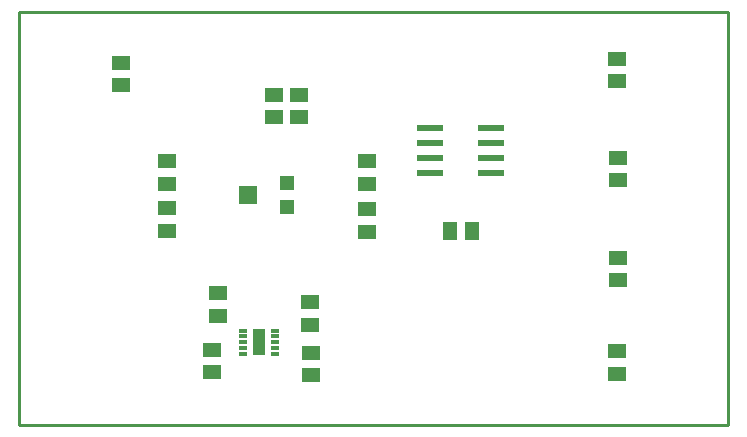
<source format=gtp>
G75*
%MOIN*%
%OFA0B0*%
%FSLAX25Y25*%
%IPPOS*%
%LPD*%
%AMOC8*
5,1,8,0,0,1.08239X$1,22.5*
%
%ADD10C,0.01000*%
%ADD11R,0.05906X0.05118*%
%ADD12R,0.08661X0.02362*%
%ADD13R,0.05118X0.05906*%
%ADD14R,0.02756X0.01200*%
%ADD15R,0.04200X0.08600*%
%ADD16R,0.04724X0.04724*%
%ADD17R,0.06299X0.05906*%
D10*
X0003120Y0003962D02*
X0239341Y0003962D01*
X0239341Y0141757D01*
X0003120Y0141757D01*
X0003120Y0003962D01*
D11*
X0067334Y0021505D03*
X0067334Y0028985D03*
X0069262Y0040380D03*
X0069262Y0047860D03*
X0100070Y0044865D03*
X0100070Y0037384D03*
X0100412Y0028089D03*
X0100412Y0020608D03*
X0119095Y0068413D03*
X0119095Y0075893D03*
X0119180Y0084404D03*
X0119180Y0091884D03*
X0096427Y0106521D03*
X0088160Y0106521D03*
X0088160Y0114002D03*
X0096427Y0114002D03*
X0052206Y0091945D03*
X0052206Y0084464D03*
X0052240Y0076219D03*
X0052240Y0068739D03*
X0037061Y0117313D03*
X0037061Y0124794D03*
X0202453Y0126112D03*
X0202453Y0118632D03*
X0202720Y0093056D03*
X0202720Y0085576D03*
X0202607Y0059670D03*
X0202607Y0052189D03*
X0202399Y0028532D03*
X0202399Y0021051D03*
D12*
X0160517Y0087914D03*
X0160517Y0092914D03*
X0160517Y0097914D03*
X0160517Y0102914D03*
X0140044Y0102914D03*
X0140044Y0097914D03*
X0140044Y0092914D03*
X0140044Y0087914D03*
D13*
X0146571Y0068511D03*
X0154052Y0068511D03*
D14*
X0088414Y0035473D03*
X0088414Y0033505D03*
X0088414Y0031536D03*
X0088414Y0029568D03*
X0088414Y0027599D03*
X0077587Y0027599D03*
X0077587Y0029568D03*
X0077587Y0031536D03*
X0077587Y0033505D03*
X0077587Y0035473D03*
D15*
X0083001Y0031536D03*
D16*
X0092447Y0076628D03*
X0092447Y0084502D03*
D17*
X0079356Y0080565D03*
M02*

</source>
